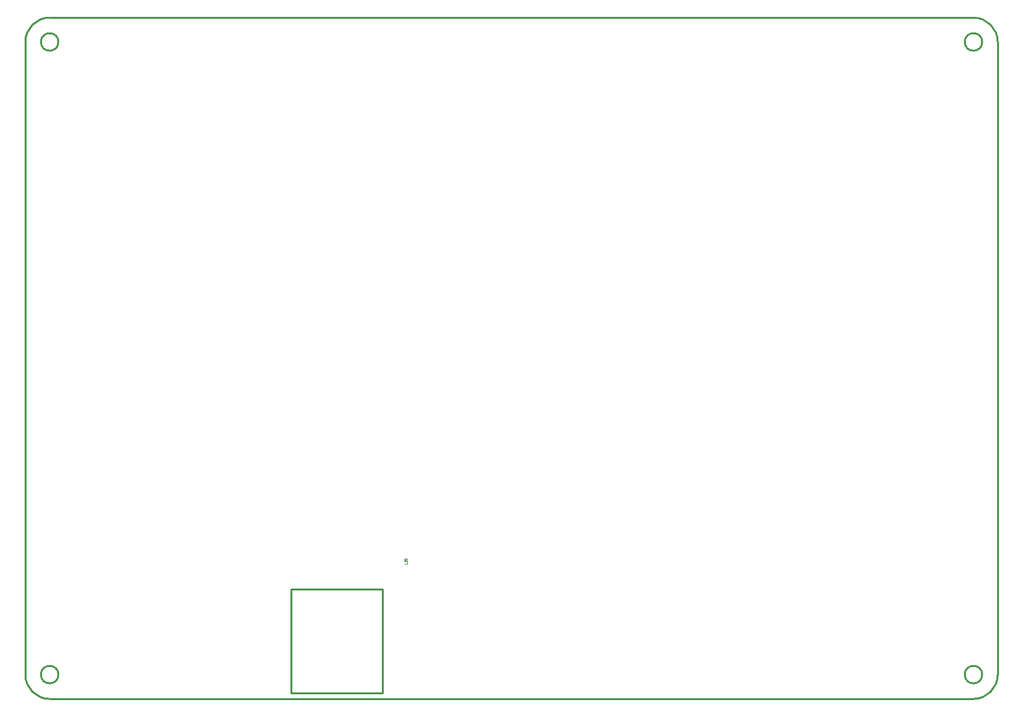
<source format=gm1>
G04*
G04 #@! TF.GenerationSoftware,Altium Limited,Altium Designer,18.1.9 (240)*
G04*
G04 Layer_Color=16711935*
%FSLAX25Y25*%
%MOIN*%
G70*
G01*
G75*
%ADD15C,0.01000*%
%ADD64C,0.00236*%
D15*
X272050Y302350D02*
G03*
X284550Y289850I12500J0D01*
G01*
X289050Y302350D02*
G03*
X289050Y302350I-4500J0D01*
G01*
X764050D02*
G03*
X764050Y302350I-4500J0D01*
G01*
X759550Y289850D02*
G03*
X772050Y302350I0J12500D01*
G01*
Y627350D02*
G03*
X759550Y639850I-12500J0D01*
G01*
X764050Y627350D02*
G03*
X764050Y627350I-4500J0D01*
G01*
X289050D02*
G03*
X289050Y627350I-4500J0D01*
G01*
X284550Y639850D02*
G03*
X272050Y627350I0J-12500D01*
G01*
X455839Y342270D02*
Y346207D01*
Y292902D02*
Y342270D01*
X408594Y346207D02*
X455839D01*
X408594Y292902D02*
X455839D01*
X408594D02*
Y346207D01*
X272050Y302350D02*
Y627350D01*
X284550Y289850D02*
X759550D01*
X772050Y302350D02*
Y627350D01*
X284550Y639850D02*
X759550D01*
D64*
X466926Y359400D02*
X468238D01*
X468500Y359662D01*
Y360187D01*
X468238Y360450D01*
X466926D01*
Y362024D02*
Y360974D01*
X467713D01*
X467451Y361499D01*
Y361761D01*
X467713Y362024D01*
X468238D01*
X468500Y361761D01*
Y361237D01*
X468238Y360974D01*
M02*

</source>
